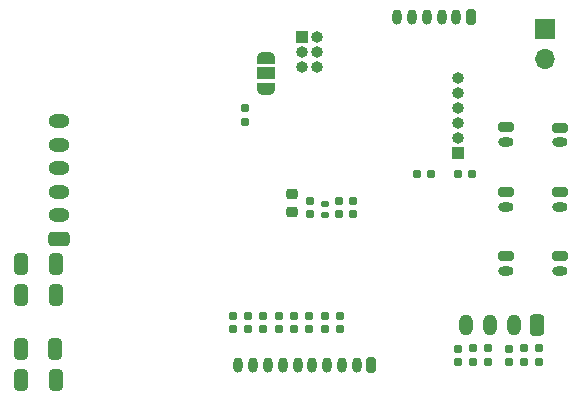
<source format=gbr>
%TF.GenerationSoftware,KiCad,Pcbnew,(6.0.8)*%
%TF.CreationDate,2024-11-24T14:12:11+01:00*%
%TF.ProjectId,WHEEL-07,57484545-4c2d-4303-972e-6b696361645f,rev?*%
%TF.SameCoordinates,Original*%
%TF.FileFunction,Soldermask,Bot*%
%TF.FilePolarity,Negative*%
%FSLAX46Y46*%
G04 Gerber Fmt 4.6, Leading zero omitted, Abs format (unit mm)*
G04 Created by KiCad (PCBNEW (6.0.8)) date 2024-11-24 14:12:11*
%MOMM*%
%LPD*%
G01*
G04 APERTURE LIST*
G04 Aperture macros list*
%AMRoundRect*
0 Rectangle with rounded corners*
0 $1 Rounding radius*
0 $2 $3 $4 $5 $6 $7 $8 $9 X,Y pos of 4 corners*
0 Add a 4 corners polygon primitive as box body*
4,1,4,$2,$3,$4,$5,$6,$7,$8,$9,$2,$3,0*
0 Add four circle primitives for the rounded corners*
1,1,$1+$1,$2,$3*
1,1,$1+$1,$4,$5*
1,1,$1+$1,$6,$7*
1,1,$1+$1,$8,$9*
0 Add four rect primitives between the rounded corners*
20,1,$1+$1,$2,$3,$4,$5,0*
20,1,$1+$1,$4,$5,$6,$7,0*
20,1,$1+$1,$6,$7,$8,$9,0*
20,1,$1+$1,$8,$9,$2,$3,0*%
%AMFreePoly0*
4,1,22,0.550000,-0.750000,0.000000,-0.750000,0.000000,-0.745033,-0.079941,-0.743568,-0.215256,-0.701293,-0.333266,-0.622738,-0.424486,-0.514219,-0.481581,-0.384460,-0.499164,-0.250000,-0.500000,-0.250000,-0.500000,0.250000,-0.499164,0.250000,-0.499963,0.256109,-0.478152,0.396186,-0.417904,0.524511,-0.324060,0.630769,-0.204165,0.706417,-0.067858,0.745374,0.000000,0.744959,0.000000,0.750000,
0.550000,0.750000,0.550000,-0.750000,0.550000,-0.750000,$1*%
%AMFreePoly1*
4,1,20,0.000000,0.744959,0.073905,0.744508,0.209726,0.703889,0.328688,0.626782,0.421226,0.519385,0.479903,0.390333,0.500000,0.250000,0.500000,-0.250000,0.499851,-0.262216,0.476331,-0.402017,0.414519,-0.529596,0.319384,-0.634700,0.198574,-0.708877,0.061801,-0.746166,0.000000,-0.745033,0.000000,-0.750000,-0.550000,-0.750000,-0.550000,0.750000,0.000000,0.750000,0.000000,0.744959,
0.000000,0.744959,$1*%
G04 Aperture macros list end*
%ADD10RoundRect,0.250000X0.350000X0.650000X-0.350000X0.650000X-0.350000X-0.650000X0.350000X-0.650000X0*%
%ADD11O,1.200000X1.800000*%
%ADD12RoundRect,0.200000X-0.450000X0.200000X-0.450000X-0.200000X0.450000X-0.200000X0.450000X0.200000X0*%
%ADD13O,1.300000X0.800000*%
%ADD14RoundRect,0.200000X0.200000X0.450000X-0.200000X0.450000X-0.200000X-0.450000X0.200000X-0.450000X0*%
%ADD15O,0.800000X1.300000*%
%ADD16R,1.700000X1.700000*%
%ADD17O,1.700000X1.700000*%
%ADD18R,1.000000X1.000000*%
%ADD19O,1.000000X1.000000*%
%ADD20RoundRect,0.250000X0.650000X-0.350000X0.650000X0.350000X-0.650000X0.350000X-0.650000X-0.350000X0*%
%ADD21O,1.800000X1.200000*%
%ADD22RoundRect,0.225000X-0.250000X0.225000X-0.250000X-0.225000X0.250000X-0.225000X0.250000X0.225000X0*%
%ADD23RoundRect,0.155000X-0.155000X0.212500X-0.155000X-0.212500X0.155000X-0.212500X0.155000X0.212500X0*%
%ADD24RoundRect,0.155000X0.155000X-0.212500X0.155000X0.212500X-0.155000X0.212500X-0.155000X-0.212500X0*%
%ADD25RoundRect,0.250000X0.325000X0.650000X-0.325000X0.650000X-0.325000X-0.650000X0.325000X-0.650000X0*%
%ADD26RoundRect,0.160000X0.197500X0.160000X-0.197500X0.160000X-0.197500X-0.160000X0.197500X-0.160000X0*%
%ADD27RoundRect,0.160000X-0.160000X0.197500X-0.160000X-0.197500X0.160000X-0.197500X0.160000X0.197500X0*%
%ADD28RoundRect,0.160000X-0.197500X-0.160000X0.197500X-0.160000X0.197500X0.160000X-0.197500X0.160000X0*%
%ADD29RoundRect,0.160000X0.160000X-0.197500X0.160000X0.197500X-0.160000X0.197500X-0.160000X-0.197500X0*%
%ADD30FreePoly0,90.000000*%
%ADD31R,1.500000X1.000000*%
%ADD32FreePoly1,90.000000*%
%ADD33RoundRect,0.147500X-0.172500X0.147500X-0.172500X-0.147500X0.172500X-0.147500X0.172500X0.147500X0*%
G04 APERTURE END LIST*
D10*
%TO.C,J5*%
X195405000Y-78930000D03*
D11*
X193405000Y-78930000D03*
X191405000Y-78930000D03*
X189405000Y-78930000D03*
%TD*%
D12*
%TO.C,J7*%
X197358000Y-73152000D03*
D13*
X197358000Y-74402000D03*
%TD*%
D14*
%TO.C,J17*%
X189815000Y-52890000D03*
D15*
X188565000Y-52890000D03*
X187315000Y-52890000D03*
X186065000Y-52890000D03*
X184815000Y-52890000D03*
X183565000Y-52890000D03*
%TD*%
D16*
%TO.C,J16*%
X196088000Y-53898800D03*
D17*
X196088000Y-56438800D03*
%TD*%
D12*
%TO.C,J14*%
X197358000Y-62240000D03*
D13*
X197358000Y-63490000D03*
%TD*%
D12*
%TO.C,J10*%
X192786000Y-67701000D03*
D13*
X192786000Y-68951000D03*
%TD*%
D14*
%TO.C,J12*%
X181357600Y-82346800D03*
D15*
X180107600Y-82346800D03*
X178857600Y-82346800D03*
X177607600Y-82346800D03*
X176357600Y-82346800D03*
X175107600Y-82346800D03*
X173857600Y-82346800D03*
X172607600Y-82346800D03*
X171357600Y-82346800D03*
X170107600Y-82346800D03*
%TD*%
D18*
%TO.C,J11*%
X175524000Y-54605000D03*
D19*
X176794000Y-54605000D03*
X175524000Y-55875000D03*
X176794000Y-55875000D03*
X175524000Y-57145000D03*
X176794000Y-57145000D03*
%TD*%
D12*
%TO.C,J8*%
X192786000Y-73152000D03*
D13*
X192786000Y-74402000D03*
%TD*%
D12*
%TO.C,J9*%
X197358000Y-67696000D03*
D13*
X197358000Y-68946000D03*
%TD*%
D12*
%TO.C,J15*%
X192786000Y-62230000D03*
D13*
X192786000Y-63480000D03*
%TD*%
D18*
%TO.C,J2*%
X188722000Y-64389000D03*
D19*
X188722000Y-63119000D03*
X188722000Y-61849000D03*
X188722000Y-60579000D03*
X188722000Y-59309000D03*
X188722000Y-58039000D03*
%TD*%
D20*
%TO.C,J1*%
X154953200Y-71675000D03*
D21*
X154953200Y-69675000D03*
X154953200Y-67675000D03*
X154953200Y-65675000D03*
X154953200Y-63675000D03*
X154953200Y-61675000D03*
%TD*%
D22*
%TO.C,C33*%
X174650400Y-67842800D03*
X174650400Y-69392800D03*
%TD*%
D23*
%TO.C,C23*%
X188722000Y-80966500D03*
X188722000Y-82101500D03*
%TD*%
D24*
%TO.C,C27*%
X172219256Y-79307500D03*
X172219256Y-78172500D03*
%TD*%
D25*
%TO.C,C12*%
X154635000Y-73830000D03*
X151685000Y-73830000D03*
%TD*%
%TO.C,C10*%
X154635000Y-83600000D03*
X151685000Y-83600000D03*
%TD*%
D26*
%TO.C,R2*%
X189878300Y-66141600D03*
X188683300Y-66141600D03*
%TD*%
D24*
%TO.C,C32*%
X173518284Y-79307500D03*
X173518284Y-78172500D03*
%TD*%
%TO.C,C8*%
X178612800Y-69587300D03*
X178612800Y-68452300D03*
%TD*%
D27*
%TO.C,R13*%
X195580000Y-80936500D03*
X195580000Y-82131500D03*
%TD*%
D24*
%TO.C,C30*%
X177415368Y-79307500D03*
X177415368Y-78172500D03*
%TD*%
D25*
%TO.C,C15*%
X154615000Y-81030000D03*
X151665000Y-81030000D03*
%TD*%
D27*
%TO.C,R15*%
X194310000Y-80936500D03*
X194310000Y-82131500D03*
%TD*%
D28*
%TO.C,R3*%
X185228900Y-66141600D03*
X186423900Y-66141600D03*
%TD*%
D24*
%TO.C,C26*%
X170920228Y-79307500D03*
X170920228Y-78172500D03*
%TD*%
%TO.C,C9*%
X176174400Y-69587300D03*
X176174400Y-68452300D03*
%TD*%
%TO.C,C28*%
X174817312Y-79307500D03*
X174817312Y-78172500D03*
%TD*%
%TO.C,C31*%
X178714400Y-79307500D03*
X178714400Y-78172500D03*
%TD*%
D23*
%TO.C,C7*%
X179832000Y-68461000D03*
X179832000Y-69596000D03*
%TD*%
D27*
%TO.C,R12*%
X191262000Y-80936500D03*
X191262000Y-82131500D03*
%TD*%
D29*
%TO.C,R1*%
X170688000Y-61811500D03*
X170688000Y-60616500D03*
%TD*%
D25*
%TO.C,C11*%
X154635000Y-76380000D03*
X151685000Y-76380000D03*
%TD*%
D23*
%TO.C,C24*%
X193040000Y-80966500D03*
X193040000Y-82101500D03*
%TD*%
D24*
%TO.C,C29*%
X176116340Y-79307500D03*
X176116340Y-78172500D03*
%TD*%
D30*
%TO.C,JP1*%
X172466000Y-58958000D03*
D31*
X172466000Y-57658000D03*
D32*
X172466000Y-56358000D03*
%TD*%
D24*
%TO.C,C25*%
X169621200Y-79307500D03*
X169621200Y-78172500D03*
%TD*%
D33*
%TO.C,L1*%
X177393600Y-68704600D03*
X177393600Y-69674600D03*
%TD*%
D27*
%TO.C,R14*%
X189992000Y-80936500D03*
X189992000Y-82131500D03*
%TD*%
M02*

</source>
